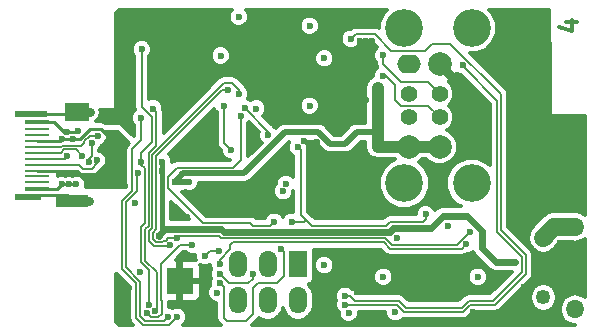
<source format=gbl>
G04 #@! TF.FileFunction,Copper,L4,Bot,Signal*
%FSLAX46Y46*%
G04 Gerber Fmt 4.6, Leading zero omitted, Abs format (unit mm)*
G04 Created by KiCad (PCBNEW (2016-06-13 BZR 6927, Git 1c838ba)-product) date Mon Jun 13 14:30:50 2016*
%MOMM*%
%LPD*%
G01*
G04 APERTURE LIST*
%ADD10C,0.100000*%
%ADD11C,0.300000*%
%ADD12R,2.250000X2.250000*%
%ADD13R,1.524000X2.286000*%
%ADD14O,1.524000X2.286000*%
%ADD15R,4.000000X4.000000*%
%ADD16R,2.000000X0.260000*%
%ADD17R,2.000000X0.410000*%
%ADD18R,2.300000X0.575000*%
%ADD19R,2.800000X0.575000*%
%ADD20R,2.000000X1.500000*%
%ADD21R,2.800000X1.000000*%
%ADD22O,1.550000X1.550000*%
%ADD23O,1.250000X1.250000*%
%ADD24C,1.400000*%
%ADD25C,2.000000*%
%ADD26O,2.000000X1.600000*%
%ADD27C,3.200000*%
%ADD28C,0.600000*%
%ADD29C,0.160000*%
%ADD30C,0.260000*%
%ADD31C,0.800000*%
%ADD32C,1.500000*%
%ADD33C,0.500000*%
%ADD34C,1.000000*%
%ADD35C,0.400000*%
%ADD36C,0.600000*%
%ADD37C,0.250000*%
G04 APERTURE END LIST*
D10*
D11*
X68678571Y-5714285D02*
X69678571Y-5714285D01*
X68107142Y-6071428D02*
X69178571Y-6428571D01*
X69178571Y-5500000D01*
D12*
X36000000Y-27600000D03*
D13*
X46040000Y-26206000D03*
D14*
X43500000Y-26206000D03*
X40960000Y-26206000D03*
X46040000Y-29254000D03*
X43500000Y-29254000D03*
X40960000Y-29254000D03*
D15*
X44000000Y-9000000D03*
X57250000Y-27250000D03*
D16*
X23950000Y-14750000D03*
X23950000Y-15250000D03*
X23950000Y-15750000D03*
X23950000Y-16250000D03*
X23950000Y-16750000D03*
X23950000Y-17250000D03*
X23950000Y-17750000D03*
X23950000Y-18250000D03*
X23950000Y-18750000D03*
X23950000Y-19250000D03*
D17*
X23950000Y-14175000D03*
X23950000Y-19825000D03*
D18*
X23150000Y-20512500D03*
D19*
X23400000Y-13487500D03*
D20*
X27300000Y-13325000D03*
D21*
X26900000Y-20825000D03*
D22*
X69500000Y-30000000D03*
X69500000Y-23000000D03*
D23*
X66800000Y-29000000D03*
X66800000Y-24000000D03*
D24*
X55380000Y-11750000D03*
X55380000Y-13750000D03*
X58000000Y-13750000D03*
X58000000Y-11750000D03*
D25*
X55380000Y-16250000D03*
X58000000Y-16250000D03*
X58000000Y-9250000D03*
D26*
X55380000Y-9250000D03*
D27*
X55030000Y-19320000D03*
X60710000Y-19320000D03*
X60710000Y-6180000D03*
X55030000Y-6180000D03*
D28*
X26500000Y-17000000D03*
X27750000Y-17000000D03*
X31700000Y-28200002D03*
X32181850Y-20981841D03*
X34800000Y-10600000D03*
X49000000Y-22000000D03*
X43250000Y-21000000D03*
X39800000Y-21400000D03*
X47622954Y-15877046D03*
X48500000Y-7250000D03*
X52250000Y-7250000D03*
X51250000Y-7250000D03*
X51750000Y-7250000D03*
X51250000Y-12250000D03*
X51750000Y-12250000D03*
X65000000Y-22500000D03*
X64750000Y-21250000D03*
X64000000Y-21250000D03*
X46537403Y-15712597D03*
X38434434Y-14500000D03*
X37000000Y-10750000D03*
X37000000Y-8250000D03*
X36600000Y-22200000D03*
X35800000Y-22200000D03*
X37800000Y-19400000D03*
X27200000Y-19400000D03*
X26600000Y-19400000D03*
X26000000Y-19400000D03*
X27364275Y-14929743D03*
X26421573Y-14967640D03*
X53050011Y-21800000D03*
X65200000Y-30200000D03*
X60800000Y-30200000D03*
X65124616Y-28071687D03*
X68200000Y-24400000D03*
X68000000Y-25200000D03*
X42500000Y-15687270D03*
X51000000Y-28500000D03*
X53000000Y-28250000D03*
X28370000Y-13330000D03*
X27300000Y-13325000D03*
X28340000Y-20820000D03*
X26900000Y-20825000D03*
X28538062Y-15936449D03*
X28280878Y-17543848D03*
X29015439Y-17348859D03*
X39200000Y-28600000D03*
X32600000Y-26800000D03*
X45000010Y-19400000D03*
X54400000Y-24000000D03*
X54250000Y-30250000D03*
X61250000Y-27250000D03*
X58722142Y-22980901D03*
X50300000Y-30300000D03*
X48250000Y-26250000D03*
X44750000Y-20000000D03*
X39476760Y-8511620D03*
X41000000Y-5250000D03*
X48250000Y-8750000D03*
X47000000Y-6000000D03*
X47000000Y-12750000D03*
X53250000Y-27250029D03*
X42500000Y-13000000D03*
X30200000Y-19600000D03*
X31400000Y-19600000D03*
X30800000Y-19600000D03*
X36800000Y-19200000D03*
X35600000Y-19200000D03*
X36200000Y-19200000D03*
X26600000Y-18540000D03*
X25968976Y-18523805D03*
X26994508Y-15593727D03*
X26000000Y-15600000D03*
X52750000Y-11250000D03*
X52750000Y-16250000D03*
X34540010Y-18249992D03*
X34540010Y-17500000D03*
X63600000Y-26000000D03*
X34250030Y-23800000D03*
X64400000Y-26000000D03*
X53250000Y-8500000D03*
X53250000Y-10250008D03*
X43500000Y-15250000D03*
X41537459Y-12987146D03*
X40316833Y-16471944D03*
X39750000Y-12750000D03*
X60562598Y-23437402D03*
X35800000Y-24000000D03*
X40089262Y-11446421D03*
X29047726Y-15339915D03*
X59968169Y-9331831D03*
X50000000Y-28840007D03*
X50000000Y-29600000D03*
X50500000Y-7100000D03*
X39400000Y-27000000D03*
X42198162Y-26998162D03*
X38118162Y-25481838D03*
X39325984Y-25060000D03*
X37081838Y-24540000D03*
X33199071Y-30350001D03*
X39400000Y-26140000D03*
X60281838Y-24481838D03*
X35174722Y-24586542D03*
X41000000Y-11750000D03*
X45500000Y-22600000D03*
X56822434Y-21963783D03*
X46000000Y-16250000D03*
X39400000Y-27800000D03*
X44600000Y-24860010D03*
X44000000Y-22600000D03*
X41165868Y-13650100D03*
X32750000Y-17500000D03*
X33400000Y-29600000D03*
X32800000Y-8000000D03*
X33750000Y-13000000D03*
X33930646Y-30144090D03*
X32499591Y-18497135D03*
X35000000Y-30640000D03*
X32750000Y-13790000D03*
X35760003Y-30640000D03*
D29*
X23950000Y-17250000D02*
X26250000Y-17250000D01*
X26250000Y-17250000D02*
X26500000Y-17000000D01*
X23950000Y-16750000D02*
X25950798Y-16750000D01*
X25950798Y-16750000D02*
X26240799Y-16459999D01*
X26240799Y-16459999D02*
X27209999Y-16459999D01*
X27209999Y-16459999D02*
X27750000Y-17000000D01*
D30*
X26600000Y-19400000D02*
X27200000Y-19400000D01*
X26000000Y-19400000D02*
X26600000Y-19400000D01*
X23950000Y-19825000D02*
X25575000Y-19825000D01*
X25575000Y-19825000D02*
X26000000Y-19400000D01*
X26421573Y-14967640D02*
X27326378Y-14967640D01*
X27326378Y-14967640D02*
X27364275Y-14929743D01*
X25375000Y-14175000D02*
X26167640Y-14967640D01*
X26167640Y-14967640D02*
X26421573Y-14967640D01*
X23950000Y-14175000D02*
X25375000Y-14175000D01*
D31*
X28370000Y-13330000D02*
X27305000Y-13330000D01*
X27305000Y-13330000D02*
X27300000Y-13325000D01*
X28340000Y-20820000D02*
X26905000Y-20820000D01*
X26905000Y-20820000D02*
X26900000Y-20825000D01*
D30*
X26425000Y-20350000D02*
X26900000Y-20825000D01*
D32*
X66800000Y-24000000D02*
X66889999Y-23910001D01*
X66889999Y-23910001D02*
X66889999Y-23771199D01*
X66889999Y-23771199D02*
X67661198Y-23000000D01*
X67661198Y-23000000D02*
X69500000Y-23000000D01*
D30*
X23400000Y-13487500D02*
X27137500Y-13487500D01*
X24150000Y-20350000D02*
X26425000Y-20350000D01*
X23150000Y-20512500D02*
X23987500Y-20512500D01*
X23987500Y-20512500D02*
X24150000Y-20350000D01*
D29*
X28280878Y-17543848D02*
X28280878Y-17268310D01*
X28280878Y-17268310D02*
X28538062Y-17011126D01*
X28538062Y-17011126D02*
X28538062Y-15936449D01*
X27833839Y-18083839D02*
X27500000Y-17750000D01*
X27500000Y-17750000D02*
X23950000Y-17750000D01*
X29015439Y-17348859D02*
X29015439Y-17654561D01*
X29015439Y-17654561D02*
X28586161Y-18083839D01*
X28586161Y-18083839D02*
X27833839Y-18083839D01*
X46040000Y-29000000D02*
X45750000Y-29000000D01*
D33*
X51000000Y-15002606D02*
X52747394Y-15002606D01*
X44946196Y-15002606D02*
X47752606Y-15002606D01*
X35600000Y-19200000D02*
X36309990Y-18490010D01*
X52747394Y-15002606D02*
X52750000Y-15000000D01*
X47752606Y-15002606D02*
X48750000Y-16000000D01*
X50002606Y-16000000D02*
X51000000Y-15002606D01*
X36309990Y-18490010D02*
X41458792Y-18490010D01*
X41458792Y-18490010D02*
X44946196Y-15002606D01*
X48750000Y-16000000D02*
X50002606Y-16000000D01*
D34*
X52750000Y-15000000D02*
X52750000Y-16250000D01*
X52750000Y-13800000D02*
X52750000Y-15000000D01*
D33*
X35600000Y-19200000D02*
X36800000Y-19200000D01*
D34*
X52750000Y-11250000D02*
X52750000Y-13800000D01*
D30*
X26600000Y-18540000D02*
X29048378Y-18540000D01*
X29048378Y-18540000D02*
X29849321Y-17739057D01*
X29849321Y-15268308D02*
X29330927Y-14749914D01*
X29849321Y-17739057D02*
X29849321Y-15268308D01*
X29330927Y-14749914D02*
X28437661Y-14749914D01*
X28437661Y-14749914D02*
X27593848Y-15593727D01*
X27593848Y-15593727D02*
X26994508Y-15593727D01*
X25968976Y-18523805D02*
X26583805Y-18523805D01*
X26583805Y-18523805D02*
X26600000Y-18540000D01*
X23950000Y-18250000D02*
X25695171Y-18250000D01*
X25695171Y-18250000D02*
X25968976Y-18523805D01*
X26000000Y-15600000D02*
X26988235Y-15600000D01*
X26988235Y-15600000D02*
X26994508Y-15593727D01*
X23950000Y-15750000D02*
X25850000Y-15750000D01*
X25850000Y-15750000D02*
X26000000Y-15600000D01*
D34*
X55380000Y-16250000D02*
X52750000Y-16250000D01*
X58000000Y-16250000D02*
X55380000Y-16250000D01*
D35*
X34500000Y-17540010D02*
X34540010Y-17500000D01*
X34250030Y-23800000D02*
X34500000Y-23550030D01*
X34500000Y-23550030D02*
X34500000Y-17540010D01*
D36*
X34250030Y-23749970D02*
X34760001Y-23239999D01*
X58309341Y-22120900D02*
X60320900Y-22120900D01*
X61600000Y-23400000D02*
X61600000Y-24800000D01*
X34760001Y-23239999D02*
X39512801Y-23239999D01*
X61600000Y-24800000D02*
X62800000Y-26000000D01*
X53767208Y-23459990D02*
X54087199Y-23139999D01*
X62800000Y-26000000D02*
X63600000Y-26000000D01*
X54087199Y-23139999D02*
X57290242Y-23139999D01*
X39732792Y-23459990D02*
X53767208Y-23459990D01*
X34250030Y-23800000D02*
X34250030Y-23749970D01*
X39512801Y-23239999D02*
X39732792Y-23459990D01*
X57290242Y-23139999D02*
X58309341Y-22120900D01*
X60320900Y-22120900D02*
X61600000Y-23400000D01*
X63600000Y-26000000D02*
X64400000Y-26000000D01*
D29*
X53250000Y-9250000D02*
X53250000Y-8500000D01*
X54750000Y-10750000D02*
X53250000Y-9250000D01*
X57000000Y-10750000D02*
X54750000Y-10750000D01*
X58000000Y-11750000D02*
X57000000Y-10750000D01*
X54750000Y-12750000D02*
X57000000Y-12750000D01*
X57000000Y-12750000D02*
X58000000Y-13750000D01*
X54250000Y-12250000D02*
X54750000Y-12750000D01*
X54250000Y-11000000D02*
X54250000Y-12250000D01*
X53500008Y-10250008D02*
X54250000Y-11000000D01*
X53250000Y-10250008D02*
X53500008Y-10250008D01*
X43500000Y-14949687D02*
X43500000Y-15250000D01*
X41537459Y-12987146D02*
X43500000Y-14949687D01*
X39750000Y-15905111D02*
X40316833Y-16471944D01*
X39750000Y-12750000D02*
X39750000Y-15905111D01*
X33990829Y-24340001D02*
X33710030Y-24059202D01*
X34509231Y-24340001D02*
X33990829Y-24340001D01*
X39594622Y-11446421D02*
X40089262Y-11446421D01*
X34673648Y-24175584D02*
X34509231Y-24340001D01*
X35800000Y-24000000D02*
X35000000Y-24000000D01*
X35000000Y-24000000D02*
X34824416Y-24175584D01*
X34824416Y-24175584D02*
X34673648Y-24175584D01*
X34000000Y-17041043D02*
X39594622Y-11446421D01*
X33710030Y-24059202D02*
X33710030Y-23500000D01*
X33710030Y-23500000D02*
X34000000Y-23210030D01*
X34000000Y-23210030D02*
X34000000Y-17041043D01*
X53940001Y-24540001D02*
X59200000Y-24540001D01*
X60562598Y-23437402D02*
X59459999Y-24540001D01*
X59459999Y-24540001D02*
X59200000Y-24540001D01*
X53400000Y-24000000D02*
X53940001Y-24540001D01*
X39509113Y-24000000D02*
X53400000Y-24000000D01*
X38400000Y-23800000D02*
X39309113Y-23800000D01*
X39309113Y-23800000D02*
X39509113Y-24000000D01*
X38400000Y-23800000D02*
X36000000Y-23800000D01*
X36000000Y-23800000D02*
X35800000Y-24000000D01*
X27918349Y-15881651D02*
X27918349Y-15792499D01*
X27918349Y-15792499D02*
X28370933Y-15339915D01*
X28370933Y-15339915D02*
X29047726Y-15339915D01*
X27660011Y-16139989D02*
X27918349Y-15881651D01*
X25950000Y-16250000D02*
X26060011Y-16139989D01*
X26060011Y-16139989D02*
X27660011Y-16139989D01*
X23950000Y-16250000D02*
X25950000Y-16250000D01*
X59968169Y-9331831D02*
X59968169Y-9420717D01*
X59968169Y-9420717D02*
X62880000Y-12332548D01*
X60467451Y-29280001D02*
X59867452Y-29880000D01*
X62880000Y-12332548D02*
X62880000Y-23432548D01*
X64980000Y-26867452D02*
X62567452Y-29280000D01*
X62880000Y-23432548D02*
X64980000Y-25532548D01*
X64980000Y-25532548D02*
X64980000Y-26867452D01*
X54532548Y-29280000D02*
X50880000Y-29280000D01*
X50440007Y-28840007D02*
X50000000Y-28840007D01*
X62567452Y-29280000D02*
X60467451Y-29280001D01*
X59867452Y-29880000D02*
X55132548Y-29880000D01*
X55132548Y-29880000D02*
X54532548Y-29280000D01*
X50880000Y-29280000D02*
X50440007Y-28840007D01*
X50000000Y-29600000D02*
X54400000Y-29600000D01*
X54400000Y-29600000D02*
X55000000Y-30200000D01*
X65300000Y-27000000D02*
X65300000Y-25400000D01*
X55000000Y-30200000D02*
X60000000Y-30200000D01*
X57400000Y-7500000D02*
X56800000Y-8100000D01*
X50889991Y-6710009D02*
X50500000Y-7100000D01*
X60000000Y-30200000D02*
X60600000Y-29600000D01*
X60600000Y-29600000D02*
X62700000Y-29600000D01*
X62700000Y-29600000D02*
X65300000Y-27000000D01*
X65300000Y-25400000D02*
X63200000Y-23300000D01*
X63200000Y-23300000D02*
X63200000Y-11800000D01*
X63200000Y-11800000D02*
X58900000Y-7500000D01*
X58900000Y-7500000D02*
X57400000Y-7500000D01*
X53899188Y-8100000D02*
X52509197Y-6710009D01*
X56800000Y-8100000D02*
X53899188Y-8100000D01*
X52509197Y-6710009D02*
X50889991Y-6710009D01*
X41800000Y-27800000D02*
X40200000Y-27800000D01*
X40200000Y-27800000D02*
X39400000Y-27000000D01*
X42198162Y-27401838D02*
X41800000Y-27800000D01*
X42198162Y-26998162D02*
X42198162Y-27401838D01*
X40290000Y-26460000D02*
X40960000Y-26460000D01*
X39325984Y-25060000D02*
X38540000Y-25060000D01*
X38540000Y-25060000D02*
X38118162Y-25481838D01*
X34400000Y-26200000D02*
X36060000Y-24540000D01*
X36060000Y-24540000D02*
X37081838Y-24540000D01*
X34400000Y-29200000D02*
X34400000Y-26200000D01*
X34470647Y-29270647D02*
X34400000Y-29200000D01*
X33199071Y-30350001D02*
X33533161Y-30684091D01*
X33533161Y-30684091D02*
X34189847Y-30684091D01*
X34189847Y-30684091D02*
X34470647Y-30403291D01*
X34470647Y-30403291D02*
X34470647Y-29270647D01*
X39400000Y-26140000D02*
X39400000Y-25785186D01*
X39400000Y-25785186D02*
X40279990Y-24905196D01*
X40279990Y-24905196D02*
X40279990Y-24520010D01*
X40279990Y-24520010D02*
X40479990Y-24320010D01*
X40479990Y-24320010D02*
X53267448Y-24320010D01*
X53267448Y-24320010D02*
X53807448Y-24860010D01*
X53807448Y-24860010D02*
X59903665Y-24860011D01*
X59903665Y-24860011D02*
X60281838Y-24481838D01*
X41000000Y-11750000D02*
X41000000Y-11409957D01*
X33390020Y-24191754D02*
X33858276Y-24660010D01*
X41000000Y-11409957D02*
X40396463Y-10806420D01*
X40396463Y-10806420D02*
X39782061Y-10806420D01*
X39782061Y-10806420D02*
X33679990Y-16908491D01*
X33679990Y-16908491D02*
X33679990Y-23077478D01*
X33858276Y-24660010D02*
X35101254Y-24660010D01*
X33679990Y-23077478D02*
X33390021Y-23367447D01*
X33390021Y-23367447D02*
X33390020Y-24191754D01*
X35101254Y-24660010D02*
X35174722Y-24586542D01*
X46550000Y-22600000D02*
X45500000Y-22600000D01*
X46700000Y-22450000D02*
X46550000Y-22600000D01*
X47169980Y-22919980D02*
X46700000Y-22450000D01*
X46700000Y-22450000D02*
X46250000Y-22000000D01*
X56822434Y-21963783D02*
X56822434Y-22377566D01*
X56822434Y-22377566D02*
X56600011Y-22599989D01*
X56600011Y-22599989D02*
X53800011Y-22599989D01*
X53800011Y-22599989D02*
X53480020Y-22919980D01*
X53480020Y-22919980D02*
X47169980Y-22919980D01*
X46250000Y-19050006D02*
X46250000Y-22000000D01*
X46250000Y-16500000D02*
X46250000Y-19050006D01*
X46000000Y-16250000D02*
X46250000Y-16500000D01*
X35789901Y-18000000D02*
X35000000Y-18789901D01*
X41165868Y-17334132D02*
X40500000Y-18000000D01*
X40500000Y-18000000D02*
X35789901Y-18000000D01*
X37949988Y-22699988D02*
X41979998Y-22699988D01*
X35000000Y-18789901D02*
X35000000Y-19750000D01*
X41165868Y-13650100D02*
X41165868Y-17334132D01*
X35000000Y-19750000D02*
X37949988Y-22699988D01*
X41979998Y-22699988D02*
X42200000Y-22919990D01*
X39400000Y-27800000D02*
X39740001Y-28140001D01*
X39740001Y-28140001D02*
X39740001Y-30740001D01*
X39740001Y-30740001D02*
X40000000Y-31000000D01*
X40000000Y-31000000D02*
X41600000Y-31000000D01*
X44200000Y-27800000D02*
X44800000Y-27200000D01*
X44800000Y-25060010D02*
X44600000Y-24860010D01*
X41600000Y-31000000D02*
X42200000Y-30400000D01*
X42600000Y-27800000D02*
X44200000Y-27800000D01*
X42200000Y-30400000D02*
X42200000Y-28200000D01*
X42200000Y-28200000D02*
X42600000Y-27800000D01*
X44800000Y-27200000D02*
X44800000Y-25060010D01*
X42200000Y-22919990D02*
X42280010Y-22919990D01*
X42200000Y-22919990D02*
X43680010Y-22919990D01*
X43680010Y-22919990D02*
X44000000Y-22600000D01*
X43500000Y-25300000D02*
X43500000Y-26460000D01*
X32750000Y-26002563D02*
X32750000Y-23000000D01*
X33039970Y-18039970D02*
X33039970Y-22710030D01*
X33039970Y-22710030D02*
X32750000Y-23000000D01*
X32750000Y-17750000D02*
X33039970Y-18039970D01*
X32750000Y-17500000D02*
X32750000Y-17750000D01*
X32750000Y-16797438D02*
X32750000Y-17500000D01*
X33679989Y-15867449D02*
X32750000Y-16797438D01*
X32800000Y-12849054D02*
X33679989Y-13729043D01*
X33400000Y-29600000D02*
X33400000Y-26652562D01*
X33400000Y-26652562D02*
X32750000Y-26002563D01*
X33679989Y-13729043D02*
X33679989Y-15867449D01*
X32800000Y-8000000D02*
X32800000Y-12849054D01*
X33750000Y-13000000D02*
X34000000Y-13250000D01*
X33359980Y-16775939D02*
X33359980Y-22944926D01*
X33359980Y-22944926D02*
X33070011Y-23234895D01*
X34054740Y-30019996D02*
X33930646Y-30144090D01*
X34000000Y-13250000D02*
X34000000Y-16135919D01*
X34000000Y-16135919D02*
X33359980Y-16775939D01*
X33070011Y-23234895D02*
X33070011Y-25870011D01*
X33070011Y-25870011D02*
X34054740Y-26854740D01*
X34054740Y-26854740D02*
X34054740Y-30019996D01*
X32499591Y-18497135D02*
X32400000Y-18596726D01*
X32400000Y-18596726D02*
X32400000Y-20000000D01*
X32400000Y-20000000D02*
X31459999Y-20940001D01*
X31459999Y-20940001D02*
X31459999Y-26459201D01*
X32659070Y-30609202D02*
X33053968Y-31004100D01*
X31459999Y-26459201D02*
X32659070Y-27658272D01*
X34635900Y-31004100D02*
X35000000Y-30640000D01*
X32659070Y-27658272D02*
X32659070Y-30609202D01*
X33053968Y-31004100D02*
X34635900Y-31004100D01*
X32750000Y-13790000D02*
X32750000Y-15650000D01*
X35760003Y-30640000D02*
X35760003Y-30679199D01*
X35760003Y-30679199D02*
X35115092Y-31324110D01*
X32339060Y-27790824D02*
X31139990Y-26591754D01*
X35115092Y-31324110D02*
X32921416Y-31324110D01*
X32921416Y-31324110D02*
X32339061Y-30741755D01*
X32339061Y-30741755D02*
X32339060Y-27790824D01*
X31139990Y-26591754D02*
X31139989Y-20807449D01*
X31139989Y-20807449D02*
X31940001Y-20007437D01*
X31940001Y-20007437D02*
X31939901Y-20007337D01*
X31939901Y-20007337D02*
X31939901Y-16460099D01*
X31939901Y-16460099D02*
X32750000Y-15650000D01*
D11*
G36*
X30694513Y-27037231D02*
X31709060Y-28051778D01*
X31709061Y-30741755D01*
X31757017Y-30982846D01*
X31883187Y-31171672D01*
X31893584Y-31187232D01*
X32056352Y-31350000D01*
X30935872Y-31350000D01*
X30861180Y-31335143D01*
X30743492Y-31256506D01*
X30664858Y-31138821D01*
X30650000Y-31064125D01*
X30650000Y-26970613D01*
X30694513Y-27037231D01*
X30694513Y-27037231D01*
G37*
X30694513Y-27037231D02*
X31709060Y-28051778D01*
X31709061Y-30741755D01*
X31757017Y-30982846D01*
X31883187Y-31171672D01*
X31893584Y-31187232D01*
X32056352Y-31350000D01*
X30935872Y-31350000D01*
X30861180Y-31335143D01*
X30743492Y-31256506D01*
X30664858Y-31138821D01*
X30650000Y-31064125D01*
X30650000Y-26970613D01*
X30694513Y-27037231D01*
G36*
X36599723Y-25260174D02*
X36912021Y-25389852D01*
X37250172Y-25390147D01*
X37268248Y-25382678D01*
X37268015Y-25650172D01*
X37353686Y-25857510D01*
X37255884Y-25817000D01*
X36268500Y-25817000D01*
X36104000Y-25981500D01*
X36104000Y-27496000D01*
X37618500Y-27496000D01*
X37783000Y-27331500D01*
X37783000Y-26344115D01*
X37742438Y-26246189D01*
X37948345Y-26331690D01*
X38286496Y-26331985D01*
X38549927Y-26223137D01*
X38549853Y-26308334D01*
X38658078Y-26570259D01*
X38550148Y-26830183D01*
X38549853Y-27168334D01*
X38645652Y-27400185D01*
X38550148Y-27630183D01*
X38549853Y-27968334D01*
X38573152Y-28024722D01*
X38479826Y-28117885D01*
X38350148Y-28430183D01*
X38349853Y-28768334D01*
X38478985Y-29080857D01*
X38717885Y-29320174D01*
X39030183Y-29449852D01*
X39110001Y-29449922D01*
X39110001Y-30740001D01*
X39157957Y-30981092D01*
X39285299Y-31171672D01*
X39294524Y-31185478D01*
X39459046Y-31350000D01*
X36251894Y-31350000D01*
X36480177Y-31122115D01*
X36609855Y-30809817D01*
X36610150Y-30471666D01*
X36481018Y-30159143D01*
X36242118Y-29919826D01*
X35929820Y-29790148D01*
X35591669Y-29789853D01*
X35379866Y-29877368D01*
X35169817Y-29790148D01*
X35100647Y-29790088D01*
X35100647Y-29383000D01*
X35731500Y-29383000D01*
X35896000Y-29218500D01*
X35896000Y-27704000D01*
X36104000Y-27704000D01*
X36104000Y-29218500D01*
X36268500Y-29383000D01*
X37255884Y-29383000D01*
X37497727Y-29282826D01*
X37682825Y-29097727D01*
X37783000Y-28855885D01*
X37783000Y-27868500D01*
X37618500Y-27704000D01*
X36104000Y-27704000D01*
X35896000Y-27704000D01*
X35876000Y-27704000D01*
X35876000Y-27496000D01*
X35896000Y-27496000D01*
X35896000Y-25981500D01*
X35731500Y-25817000D01*
X35673954Y-25817000D01*
X36320955Y-25170000D01*
X36509706Y-25170000D01*
X36599723Y-25260174D01*
X36599723Y-25260174D01*
G37*
X36599723Y-25260174D02*
X36912021Y-25389852D01*
X37250172Y-25390147D01*
X37268248Y-25382678D01*
X37268015Y-25650172D01*
X37353686Y-25857510D01*
X37255884Y-25817000D01*
X36268500Y-25817000D01*
X36104000Y-25981500D01*
X36104000Y-27496000D01*
X37618500Y-27496000D01*
X37783000Y-27331500D01*
X37783000Y-26344115D01*
X37742438Y-26246189D01*
X37948345Y-26331690D01*
X38286496Y-26331985D01*
X38549927Y-26223137D01*
X38549853Y-26308334D01*
X38658078Y-26570259D01*
X38550148Y-26830183D01*
X38549853Y-27168334D01*
X38645652Y-27400185D01*
X38550148Y-27630183D01*
X38549853Y-27968334D01*
X38573152Y-28024722D01*
X38479826Y-28117885D01*
X38350148Y-28430183D01*
X38349853Y-28768334D01*
X38478985Y-29080857D01*
X38717885Y-29320174D01*
X39030183Y-29449852D01*
X39110001Y-29449922D01*
X39110001Y-30740001D01*
X39157957Y-30981092D01*
X39285299Y-31171672D01*
X39294524Y-31185478D01*
X39459046Y-31350000D01*
X36251894Y-31350000D01*
X36480177Y-31122115D01*
X36609855Y-30809817D01*
X36610150Y-30471666D01*
X36481018Y-30159143D01*
X36242118Y-29919826D01*
X35929820Y-29790148D01*
X35591669Y-29789853D01*
X35379866Y-29877368D01*
X35169817Y-29790148D01*
X35100647Y-29790088D01*
X35100647Y-29383000D01*
X35731500Y-29383000D01*
X35896000Y-29218500D01*
X35896000Y-27704000D01*
X36104000Y-27704000D01*
X36104000Y-29218500D01*
X36268500Y-29383000D01*
X37255884Y-29383000D01*
X37497727Y-29282826D01*
X37682825Y-29097727D01*
X37783000Y-28855885D01*
X37783000Y-27868500D01*
X37618500Y-27704000D01*
X36104000Y-27704000D01*
X35896000Y-27704000D01*
X35876000Y-27704000D01*
X35876000Y-27496000D01*
X35896000Y-27496000D01*
X35896000Y-25981500D01*
X35731500Y-25817000D01*
X35673954Y-25817000D01*
X36320955Y-25170000D01*
X36509706Y-25170000D01*
X36599723Y-25260174D01*
G36*
X67295000Y-7414285D02*
X67350000Y-7414285D01*
X67350000Y-13500000D01*
X67361418Y-13557403D01*
X67393934Y-13606066D01*
X67442597Y-13638582D01*
X67500000Y-13650000D01*
X70350000Y-13650000D01*
X70350000Y-21979050D01*
X70007056Y-21749902D01*
X69500000Y-21649042D01*
X69243818Y-21700000D01*
X67661198Y-21700000D01*
X67163709Y-21798957D01*
X66741959Y-22080761D01*
X65970760Y-22851960D01*
X65688956Y-23273710D01*
X65662302Y-23407708D01*
X65598957Y-23502511D01*
X65500000Y-24000000D01*
X65598957Y-24497489D01*
X65880761Y-24919239D01*
X66302511Y-25201043D01*
X66800000Y-25300000D01*
X67297489Y-25201043D01*
X67719239Y-24919239D01*
X67809238Y-24829240D01*
X68088736Y-24410940D01*
X68199676Y-24300000D01*
X69243818Y-24300000D01*
X69500000Y-24350958D01*
X70007056Y-24250098D01*
X70350000Y-24020950D01*
X70350000Y-28979050D01*
X70007056Y-28749902D01*
X69500000Y-28649042D01*
X68992944Y-28749902D01*
X68563084Y-29037126D01*
X68275860Y-29466986D01*
X68175000Y-29974042D01*
X68175000Y-30025958D01*
X68275860Y-30533014D01*
X68563084Y-30962874D01*
X68992944Y-31250098D01*
X69495184Y-31350000D01*
X42140954Y-31350000D01*
X42645477Y-30845477D01*
X42700580Y-30763010D01*
X42738176Y-30706743D01*
X42997919Y-30880298D01*
X43500000Y-30980168D01*
X44002081Y-30880298D01*
X44427724Y-30595892D01*
X44712130Y-30170249D01*
X44770000Y-29879317D01*
X44827870Y-30170249D01*
X45112276Y-30595892D01*
X45537919Y-30880298D01*
X46040000Y-30980168D01*
X46542081Y-30880298D01*
X46967724Y-30595892D01*
X47252130Y-30170249D01*
X47352000Y-29668168D01*
X47352000Y-28839832D01*
X47252130Y-28337751D01*
X46967724Y-27912108D01*
X46927016Y-27884908D01*
X47016599Y-27867089D01*
X47198528Y-27745528D01*
X47320089Y-27563599D01*
X47348977Y-27418363D01*
X52399853Y-27418363D01*
X52528985Y-27730886D01*
X52767885Y-27970203D01*
X53080183Y-28099881D01*
X53418334Y-28100176D01*
X53730857Y-27971044D01*
X53970174Y-27732144D01*
X54099852Y-27419846D01*
X54099853Y-27418334D01*
X60399853Y-27418334D01*
X60528985Y-27730857D01*
X60767885Y-27970174D01*
X61080183Y-28099852D01*
X61418334Y-28100147D01*
X61730857Y-27971015D01*
X61970174Y-27732115D01*
X62099852Y-27419817D01*
X62100147Y-27081666D01*
X61971015Y-26769143D01*
X61732115Y-26529826D01*
X61419817Y-26400148D01*
X61081666Y-26399853D01*
X60769143Y-26528985D01*
X60529826Y-26767885D01*
X60400148Y-27080183D01*
X60399853Y-27418334D01*
X54099853Y-27418334D01*
X54100147Y-27081695D01*
X53971015Y-26769172D01*
X53732115Y-26529855D01*
X53419817Y-26400177D01*
X53081666Y-26399882D01*
X52769143Y-26529014D01*
X52529826Y-26767914D01*
X52400148Y-27080212D01*
X52399853Y-27418363D01*
X47348977Y-27418363D01*
X47362775Y-27349000D01*
X47362775Y-26418334D01*
X47399853Y-26418334D01*
X47528985Y-26730857D01*
X47767885Y-26970174D01*
X48080183Y-27099852D01*
X48418334Y-27100147D01*
X48730857Y-26971015D01*
X48970174Y-26732115D01*
X49099852Y-26419817D01*
X49100147Y-26081666D01*
X48971015Y-25769143D01*
X48732115Y-25529826D01*
X48419817Y-25400148D01*
X48081666Y-25399853D01*
X47769143Y-25528985D01*
X47529826Y-25767885D01*
X47400148Y-26080183D01*
X47399853Y-26418334D01*
X47362775Y-26418334D01*
X47362775Y-25063000D01*
X47340300Y-24950010D01*
X53006494Y-24950010D01*
X53361970Y-25305487D01*
X53416803Y-25342125D01*
X53566357Y-25442054D01*
X53807448Y-25490010D01*
X59903665Y-25490011D01*
X60144756Y-25442055D01*
X60309670Y-25331862D01*
X60450172Y-25331985D01*
X60762695Y-25202853D01*
X60824985Y-25140671D01*
X60998959Y-25401041D01*
X62198959Y-26601041D01*
X62474719Y-26785298D01*
X62800000Y-26850000D01*
X63599832Y-26850000D01*
X63768334Y-26850147D01*
X63768690Y-26850000D01*
X64106498Y-26850000D01*
X62306498Y-28650000D01*
X60467451Y-28650001D01*
X60226361Y-28697956D01*
X60021974Y-28834524D01*
X59606498Y-29250000D01*
X55393502Y-29250000D01*
X54978025Y-28834523D01*
X54881186Y-28769817D01*
X54773639Y-28697956D01*
X54532548Y-28650000D01*
X51140954Y-28650000D01*
X50885484Y-28394530D01*
X50832534Y-28359150D01*
X50681098Y-28257963D01*
X50604868Y-28242800D01*
X50482115Y-28119833D01*
X50169817Y-27990155D01*
X49831666Y-27989860D01*
X49519143Y-28118992D01*
X49279826Y-28357892D01*
X49150148Y-28670190D01*
X49149853Y-29008341D01*
X49237366Y-29220139D01*
X49150148Y-29430183D01*
X49149853Y-29768334D01*
X49278985Y-30080857D01*
X49450042Y-30252212D01*
X49449853Y-30468334D01*
X49578985Y-30780857D01*
X49817885Y-31020174D01*
X50130183Y-31149852D01*
X50468334Y-31150147D01*
X50780857Y-31021015D01*
X51020174Y-30782115D01*
X51149852Y-30469817D01*
X51150061Y-30230000D01*
X53400017Y-30230000D01*
X53399853Y-30418334D01*
X53528985Y-30730857D01*
X53767885Y-30970174D01*
X54080183Y-31099852D01*
X54418334Y-31100147D01*
X54730857Y-30971015D01*
X54893366Y-30808789D01*
X55000000Y-30830000D01*
X60000000Y-30830000D01*
X60241091Y-30782044D01*
X60445477Y-30645477D01*
X60860954Y-30230000D01*
X62700000Y-30230000D01*
X62941091Y-30182044D01*
X63145477Y-30045477D01*
X64213974Y-28976980D01*
X65625000Y-28976980D01*
X65625000Y-29023020D01*
X65714442Y-29472673D01*
X65969150Y-29853870D01*
X66350347Y-30108578D01*
X66800000Y-30198020D01*
X67249653Y-30108578D01*
X67630850Y-29853870D01*
X67885558Y-29472673D01*
X67975000Y-29023020D01*
X67975000Y-28976980D01*
X67885558Y-28527327D01*
X67630850Y-28146130D01*
X67249653Y-27891422D01*
X66800000Y-27801980D01*
X66350347Y-27891422D01*
X65969150Y-28146130D01*
X65714442Y-28527327D01*
X65625000Y-28976980D01*
X64213974Y-28976980D01*
X65745477Y-27445477D01*
X65748408Y-27441090D01*
X65882044Y-27241091D01*
X65930000Y-27000000D01*
X65930000Y-25400000D01*
X65882044Y-25158909D01*
X65857412Y-25122045D01*
X65745477Y-24954522D01*
X63830000Y-23039046D01*
X63830000Y-11800000D01*
X63782044Y-11558909D01*
X63645477Y-11354523D01*
X60620877Y-8329923D01*
X61135785Y-8330372D01*
X61926286Y-8003744D01*
X62531619Y-7399467D01*
X62859626Y-6609538D01*
X62860372Y-5754215D01*
X62533744Y-4963714D01*
X62220577Y-4650000D01*
X67295000Y-4650000D01*
X67295000Y-7414285D01*
X67295000Y-7414285D01*
G37*
X67295000Y-7414285D02*
X67350000Y-7414285D01*
X67350000Y-13500000D01*
X67361418Y-13557403D01*
X67393934Y-13606066D01*
X67442597Y-13638582D01*
X67500000Y-13650000D01*
X70350000Y-13650000D01*
X70350000Y-21979050D01*
X70007056Y-21749902D01*
X69500000Y-21649042D01*
X69243818Y-21700000D01*
X67661198Y-21700000D01*
X67163709Y-21798957D01*
X66741959Y-22080761D01*
X65970760Y-22851960D01*
X65688956Y-23273710D01*
X65662302Y-23407708D01*
X65598957Y-23502511D01*
X65500000Y-24000000D01*
X65598957Y-24497489D01*
X65880761Y-24919239D01*
X66302511Y-25201043D01*
X66800000Y-25300000D01*
X67297489Y-25201043D01*
X67719239Y-24919239D01*
X67809238Y-24829240D01*
X68088736Y-24410940D01*
X68199676Y-24300000D01*
X69243818Y-24300000D01*
X69500000Y-24350958D01*
X70007056Y-24250098D01*
X70350000Y-24020950D01*
X70350000Y-28979050D01*
X70007056Y-28749902D01*
X69500000Y-28649042D01*
X68992944Y-28749902D01*
X68563084Y-29037126D01*
X68275860Y-29466986D01*
X68175000Y-29974042D01*
X68175000Y-30025958D01*
X68275860Y-30533014D01*
X68563084Y-30962874D01*
X68992944Y-31250098D01*
X69495184Y-31350000D01*
X42140954Y-31350000D01*
X42645477Y-30845477D01*
X42700580Y-30763010D01*
X42738176Y-30706743D01*
X42997919Y-30880298D01*
X43500000Y-30980168D01*
X44002081Y-30880298D01*
X44427724Y-30595892D01*
X44712130Y-30170249D01*
X44770000Y-29879317D01*
X44827870Y-30170249D01*
X45112276Y-30595892D01*
X45537919Y-30880298D01*
X46040000Y-30980168D01*
X46542081Y-30880298D01*
X46967724Y-30595892D01*
X47252130Y-30170249D01*
X47352000Y-29668168D01*
X47352000Y-28839832D01*
X47252130Y-28337751D01*
X46967724Y-27912108D01*
X46927016Y-27884908D01*
X47016599Y-27867089D01*
X47198528Y-27745528D01*
X47320089Y-27563599D01*
X47348977Y-27418363D01*
X52399853Y-27418363D01*
X52528985Y-27730886D01*
X52767885Y-27970203D01*
X53080183Y-28099881D01*
X53418334Y-28100176D01*
X53730857Y-27971044D01*
X53970174Y-27732144D01*
X54099852Y-27419846D01*
X54099853Y-27418334D01*
X60399853Y-27418334D01*
X60528985Y-27730857D01*
X60767885Y-27970174D01*
X61080183Y-28099852D01*
X61418334Y-28100147D01*
X61730857Y-27971015D01*
X61970174Y-27732115D01*
X62099852Y-27419817D01*
X62100147Y-27081666D01*
X61971015Y-26769143D01*
X61732115Y-26529826D01*
X61419817Y-26400148D01*
X61081666Y-26399853D01*
X60769143Y-26528985D01*
X60529826Y-26767885D01*
X60400148Y-27080183D01*
X60399853Y-27418334D01*
X54099853Y-27418334D01*
X54100147Y-27081695D01*
X53971015Y-26769172D01*
X53732115Y-26529855D01*
X53419817Y-26400177D01*
X53081666Y-26399882D01*
X52769143Y-26529014D01*
X52529826Y-26767914D01*
X52400148Y-27080212D01*
X52399853Y-27418363D01*
X47348977Y-27418363D01*
X47362775Y-27349000D01*
X47362775Y-26418334D01*
X47399853Y-26418334D01*
X47528985Y-26730857D01*
X47767885Y-26970174D01*
X48080183Y-27099852D01*
X48418334Y-27100147D01*
X48730857Y-26971015D01*
X48970174Y-26732115D01*
X49099852Y-26419817D01*
X49100147Y-26081666D01*
X48971015Y-25769143D01*
X48732115Y-25529826D01*
X48419817Y-25400148D01*
X48081666Y-25399853D01*
X47769143Y-25528985D01*
X47529826Y-25767885D01*
X47400148Y-26080183D01*
X47399853Y-26418334D01*
X47362775Y-26418334D01*
X47362775Y-25063000D01*
X47340300Y-24950010D01*
X53006494Y-24950010D01*
X53361970Y-25305487D01*
X53416803Y-25342125D01*
X53566357Y-25442054D01*
X53807448Y-25490010D01*
X59903665Y-25490011D01*
X60144756Y-25442055D01*
X60309670Y-25331862D01*
X60450172Y-25331985D01*
X60762695Y-25202853D01*
X60824985Y-25140671D01*
X60998959Y-25401041D01*
X62198959Y-26601041D01*
X62474719Y-26785298D01*
X62800000Y-26850000D01*
X63599832Y-26850000D01*
X63768334Y-26850147D01*
X63768690Y-26850000D01*
X64106498Y-26850000D01*
X62306498Y-28650000D01*
X60467451Y-28650001D01*
X60226361Y-28697956D01*
X60021974Y-28834524D01*
X59606498Y-29250000D01*
X55393502Y-29250000D01*
X54978025Y-28834523D01*
X54881186Y-28769817D01*
X54773639Y-28697956D01*
X54532548Y-28650000D01*
X51140954Y-28650000D01*
X50885484Y-28394530D01*
X50832534Y-28359150D01*
X50681098Y-28257963D01*
X50604868Y-28242800D01*
X50482115Y-28119833D01*
X50169817Y-27990155D01*
X49831666Y-27989860D01*
X49519143Y-28118992D01*
X49279826Y-28357892D01*
X49150148Y-28670190D01*
X49149853Y-29008341D01*
X49237366Y-29220139D01*
X49150148Y-29430183D01*
X49149853Y-29768334D01*
X49278985Y-30080857D01*
X49450042Y-30252212D01*
X49449853Y-30468334D01*
X49578985Y-30780857D01*
X49817885Y-31020174D01*
X50130183Y-31149852D01*
X50468334Y-31150147D01*
X50780857Y-31021015D01*
X51020174Y-30782115D01*
X51149852Y-30469817D01*
X51150061Y-30230000D01*
X53400017Y-30230000D01*
X53399853Y-30418334D01*
X53528985Y-30730857D01*
X53767885Y-30970174D01*
X54080183Y-31099852D01*
X54418334Y-31100147D01*
X54730857Y-30971015D01*
X54893366Y-30808789D01*
X55000000Y-30830000D01*
X60000000Y-30830000D01*
X60241091Y-30782044D01*
X60445477Y-30645477D01*
X60860954Y-30230000D01*
X62700000Y-30230000D01*
X62941091Y-30182044D01*
X63145477Y-30045477D01*
X64213974Y-28976980D01*
X65625000Y-28976980D01*
X65625000Y-29023020D01*
X65714442Y-29472673D01*
X65969150Y-29853870D01*
X66350347Y-30108578D01*
X66800000Y-30198020D01*
X67249653Y-30108578D01*
X67630850Y-29853870D01*
X67885558Y-29472673D01*
X67975000Y-29023020D01*
X67975000Y-28976980D01*
X67885558Y-28527327D01*
X67630850Y-28146130D01*
X67249653Y-27891422D01*
X66800000Y-27801980D01*
X66350347Y-27891422D01*
X65969150Y-28146130D01*
X65714442Y-28527327D01*
X65625000Y-28976980D01*
X64213974Y-28976980D01*
X65745477Y-27445477D01*
X65748408Y-27441090D01*
X65882044Y-27241091D01*
X65930000Y-27000000D01*
X65930000Y-25400000D01*
X65882044Y-25158909D01*
X65857412Y-25122045D01*
X65745477Y-24954522D01*
X63830000Y-23039046D01*
X63830000Y-11800000D01*
X63782044Y-11558909D01*
X63645477Y-11354523D01*
X60620877Y-8329923D01*
X61135785Y-8330372D01*
X61926286Y-8003744D01*
X62531619Y-7399467D01*
X62859626Y-6609538D01*
X62860372Y-5754215D01*
X62533744Y-4963714D01*
X62220577Y-4650000D01*
X67295000Y-4650000D01*
X67295000Y-7414285D01*
G36*
X41310000Y-28904000D02*
X41330000Y-28904000D01*
X41330000Y-29604000D01*
X41310000Y-29604000D01*
X41310000Y-29624000D01*
X40610000Y-29624000D01*
X40610000Y-29604000D01*
X40590000Y-29604000D01*
X40590000Y-28904000D01*
X40610000Y-28904000D01*
X40610000Y-28884000D01*
X41310000Y-28884000D01*
X41310000Y-28904000D01*
X41310000Y-28904000D01*
G37*
X41310000Y-28904000D02*
X41330000Y-28904000D01*
X41330000Y-29604000D01*
X41310000Y-29604000D01*
X41310000Y-29624000D01*
X40610000Y-29624000D01*
X40610000Y-29604000D01*
X40590000Y-29604000D01*
X40590000Y-28904000D01*
X40610000Y-28904000D01*
X40610000Y-28884000D01*
X41310000Y-28884000D01*
X41310000Y-28904000D01*
G36*
X36749045Y-22389999D02*
X35250000Y-22389999D01*
X35250000Y-20890954D01*
X36749045Y-22389999D01*
X36749045Y-22389999D01*
G37*
X36749045Y-22389999D02*
X35250000Y-22389999D01*
X35250000Y-20890954D01*
X36749045Y-22389999D01*
G36*
X45150148Y-16080183D02*
X45149853Y-16418334D01*
X45278985Y-16730857D01*
X45517885Y-16970174D01*
X45620000Y-17012576D01*
X45620000Y-18817942D01*
X45482125Y-18679826D01*
X45169827Y-18550148D01*
X44831676Y-18549853D01*
X44519153Y-18678985D01*
X44279836Y-18917885D01*
X44150158Y-19230183D01*
X44150012Y-19397909D01*
X44029826Y-19517885D01*
X43900148Y-19830183D01*
X43899853Y-20168334D01*
X44028985Y-20480857D01*
X44267885Y-20720174D01*
X44580183Y-20849852D01*
X44918334Y-20850147D01*
X45230857Y-20721015D01*
X45470174Y-20482115D01*
X45599852Y-20169817D01*
X45599998Y-20002091D01*
X45620000Y-19982124D01*
X45620000Y-21750105D01*
X45331666Y-21749853D01*
X45019143Y-21878985D01*
X44779826Y-22117885D01*
X44750087Y-22189503D01*
X44721015Y-22119143D01*
X44482115Y-21879826D01*
X44169817Y-21750148D01*
X43831666Y-21749853D01*
X43519143Y-21878985D01*
X43279826Y-22117885D01*
X43208361Y-22289990D01*
X42460954Y-22289990D01*
X42425475Y-22254511D01*
X42381309Y-22225000D01*
X42221089Y-22117944D01*
X41979998Y-22069988D01*
X38210942Y-22069988D01*
X36190946Y-20049992D01*
X36368334Y-20050147D01*
X36489699Y-20000000D01*
X36510127Y-20000000D01*
X36630183Y-20049852D01*
X36968334Y-20050147D01*
X37280857Y-19921015D01*
X37520174Y-19682115D01*
X37649852Y-19369817D01*
X37649922Y-19290010D01*
X41458792Y-19290010D01*
X41764939Y-19229114D01*
X42024477Y-19055695D01*
X45256776Y-15823396D01*
X45150148Y-16080183D01*
X45150148Y-16080183D01*
G37*
X45150148Y-16080183D02*
X45149853Y-16418334D01*
X45278985Y-16730857D01*
X45517885Y-16970174D01*
X45620000Y-17012576D01*
X45620000Y-18817942D01*
X45482125Y-18679826D01*
X45169827Y-18550148D01*
X44831676Y-18549853D01*
X44519153Y-18678985D01*
X44279836Y-18917885D01*
X44150158Y-19230183D01*
X44150012Y-19397909D01*
X44029826Y-19517885D01*
X43900148Y-19830183D01*
X43899853Y-20168334D01*
X44028985Y-20480857D01*
X44267885Y-20720174D01*
X44580183Y-20849852D01*
X44918334Y-20850147D01*
X45230857Y-20721015D01*
X45470174Y-20482115D01*
X45599852Y-20169817D01*
X45599998Y-20002091D01*
X45620000Y-19982124D01*
X45620000Y-21750105D01*
X45331666Y-21749853D01*
X45019143Y-21878985D01*
X44779826Y-22117885D01*
X44750087Y-22189503D01*
X44721015Y-22119143D01*
X44482115Y-21879826D01*
X44169817Y-21750148D01*
X43831666Y-21749853D01*
X43519143Y-21878985D01*
X43279826Y-22117885D01*
X43208361Y-22289990D01*
X42460954Y-22289990D01*
X42425475Y-22254511D01*
X42381309Y-22225000D01*
X42221089Y-22117944D01*
X41979998Y-22069988D01*
X38210942Y-22069988D01*
X36190946Y-20049992D01*
X36368334Y-20050147D01*
X36489699Y-20000000D01*
X36510127Y-20000000D01*
X36630183Y-20049852D01*
X36968334Y-20050147D01*
X37280857Y-19921015D01*
X37520174Y-19682115D01*
X37649852Y-19369817D01*
X37649922Y-19290010D01*
X41458792Y-19290010D01*
X41764939Y-19229114D01*
X42024477Y-19055695D01*
X45256776Y-15823396D01*
X45150148Y-16080183D01*
G36*
X58296985Y-9235858D02*
X58282843Y-9250000D01*
X59211146Y-10178303D01*
X59475581Y-10074858D01*
X59483738Y-10049685D01*
X59486054Y-10052005D01*
X59798352Y-10181683D01*
X59838216Y-10181718D01*
X62250000Y-12593502D01*
X62250000Y-17819474D01*
X61929467Y-17498381D01*
X61139538Y-17170374D01*
X60284215Y-17169628D01*
X59493714Y-17496256D01*
X58888381Y-18100533D01*
X58560374Y-18890462D01*
X58559628Y-19745785D01*
X58886256Y-20536286D01*
X59490533Y-21141619D01*
X59801876Y-21270900D01*
X58309346Y-21270900D01*
X58309341Y-21270899D01*
X57984060Y-21335602D01*
X57708300Y-21519859D01*
X57602447Y-21625712D01*
X57543449Y-21482926D01*
X57304549Y-21243609D01*
X56992251Y-21113931D01*
X56654100Y-21113636D01*
X56341577Y-21242768D01*
X56102260Y-21481668D01*
X55972582Y-21793966D01*
X55972428Y-21969989D01*
X53800011Y-21969989D01*
X53558921Y-22017944D01*
X53354534Y-22154511D01*
X53219065Y-22289980D01*
X47430934Y-22289980D01*
X46880000Y-21739046D01*
X46880000Y-16500000D01*
X46849914Y-16348748D01*
X46850147Y-16081666D01*
X46734842Y-15802606D01*
X47421236Y-15802606D01*
X48184314Y-16565685D01*
X48391514Y-16704132D01*
X48443853Y-16739104D01*
X48750000Y-16800000D01*
X50002606Y-16800000D01*
X50308753Y-16739104D01*
X50568291Y-16565685D01*
X51331371Y-15802606D01*
X51700000Y-15802606D01*
X51700000Y-16250000D01*
X51779926Y-16651818D01*
X52007538Y-16992462D01*
X52348182Y-17220074D01*
X52750000Y-17300000D01*
X54238049Y-17300000D01*
X54252837Y-17314814D01*
X53813714Y-17496256D01*
X53208381Y-18100533D01*
X52880374Y-18890462D01*
X52879628Y-19745785D01*
X53206256Y-20536286D01*
X53810533Y-21141619D01*
X54600462Y-21469626D01*
X55455785Y-21470372D01*
X56246286Y-21143744D01*
X56851619Y-20539467D01*
X57179626Y-19749538D01*
X57180372Y-18894215D01*
X56853744Y-18103714D01*
X56286361Y-17535339D01*
X56522112Y-17300000D01*
X56858049Y-17300000D01*
X57120849Y-17563260D01*
X57690333Y-17799730D01*
X58306961Y-17800268D01*
X58876857Y-17564792D01*
X59313260Y-17129151D01*
X59549730Y-16559667D01*
X59550268Y-15943039D01*
X59314792Y-15373143D01*
X58879151Y-14936740D01*
X58640752Y-14837748D01*
X58707143Y-14810316D01*
X59059081Y-14458993D01*
X59249783Y-13999731D01*
X59250217Y-13502450D01*
X59060316Y-13042857D01*
X58767768Y-12749797D01*
X59059081Y-12458993D01*
X59249783Y-11999731D01*
X59250217Y-11502450D01*
X59060316Y-11042857D01*
X58767367Y-10749395D01*
X58824858Y-10725581D01*
X58928303Y-10461146D01*
X58000000Y-9532843D01*
X57985858Y-9546985D01*
X57703015Y-9264142D01*
X57717157Y-9250000D01*
X57703015Y-9235858D01*
X57985858Y-8953015D01*
X58000000Y-8967157D01*
X58014142Y-8953015D01*
X58296985Y-9235858D01*
X58296985Y-9235858D01*
G37*
X58296985Y-9235858D02*
X58282843Y-9250000D01*
X59211146Y-10178303D01*
X59475581Y-10074858D01*
X59483738Y-10049685D01*
X59486054Y-10052005D01*
X59798352Y-10181683D01*
X59838216Y-10181718D01*
X62250000Y-12593502D01*
X62250000Y-17819474D01*
X61929467Y-17498381D01*
X61139538Y-17170374D01*
X60284215Y-17169628D01*
X59493714Y-17496256D01*
X58888381Y-18100533D01*
X58560374Y-18890462D01*
X58559628Y-19745785D01*
X58886256Y-20536286D01*
X59490533Y-21141619D01*
X59801876Y-21270900D01*
X58309346Y-21270900D01*
X58309341Y-21270899D01*
X57984060Y-21335602D01*
X57708300Y-21519859D01*
X57602447Y-21625712D01*
X57543449Y-21482926D01*
X57304549Y-21243609D01*
X56992251Y-21113931D01*
X56654100Y-21113636D01*
X56341577Y-21242768D01*
X56102260Y-21481668D01*
X55972582Y-21793966D01*
X55972428Y-21969989D01*
X53800011Y-21969989D01*
X53558921Y-22017944D01*
X53354534Y-22154511D01*
X53219065Y-22289980D01*
X47430934Y-22289980D01*
X46880000Y-21739046D01*
X46880000Y-16500000D01*
X46849914Y-16348748D01*
X46850147Y-16081666D01*
X46734842Y-15802606D01*
X47421236Y-15802606D01*
X48184314Y-16565685D01*
X48391514Y-16704132D01*
X48443853Y-16739104D01*
X48750000Y-16800000D01*
X50002606Y-16800000D01*
X50308753Y-16739104D01*
X50568291Y-16565685D01*
X51331371Y-15802606D01*
X51700000Y-15802606D01*
X51700000Y-16250000D01*
X51779926Y-16651818D01*
X52007538Y-16992462D01*
X52348182Y-17220074D01*
X52750000Y-17300000D01*
X54238049Y-17300000D01*
X54252837Y-17314814D01*
X53813714Y-17496256D01*
X53208381Y-18100533D01*
X52880374Y-18890462D01*
X52879628Y-19745785D01*
X53206256Y-20536286D01*
X53810533Y-21141619D01*
X54600462Y-21469626D01*
X55455785Y-21470372D01*
X56246286Y-21143744D01*
X56851619Y-20539467D01*
X57179626Y-19749538D01*
X57180372Y-18894215D01*
X56853744Y-18103714D01*
X56286361Y-17535339D01*
X56522112Y-17300000D01*
X56858049Y-17300000D01*
X57120849Y-17563260D01*
X57690333Y-17799730D01*
X58306961Y-17800268D01*
X58876857Y-17564792D01*
X59313260Y-17129151D01*
X59549730Y-16559667D01*
X59550268Y-15943039D01*
X59314792Y-15373143D01*
X58879151Y-14936740D01*
X58640752Y-14837748D01*
X58707143Y-14810316D01*
X59059081Y-14458993D01*
X59249783Y-13999731D01*
X59250217Y-13502450D01*
X59060316Y-13042857D01*
X58767768Y-12749797D01*
X59059081Y-12458993D01*
X59249783Y-11999731D01*
X59250217Y-11502450D01*
X59060316Y-11042857D01*
X58767367Y-10749395D01*
X58824858Y-10725581D01*
X58928303Y-10461146D01*
X58000000Y-9532843D01*
X57985858Y-9546985D01*
X57703015Y-9264142D01*
X57717157Y-9250000D01*
X57703015Y-9235858D01*
X57985858Y-8953015D01*
X58000000Y-8967157D01*
X58014142Y-8953015D01*
X58296985Y-9235858D01*
G36*
X39028985Y-13230857D02*
X39120000Y-13322031D01*
X39120000Y-15905111D01*
X39167956Y-16146202D01*
X39291075Y-16330462D01*
X39304523Y-16350588D01*
X39466797Y-16512862D01*
X39466686Y-16640278D01*
X39595818Y-16952801D01*
X39834718Y-17192118D01*
X40147016Y-17321796D01*
X40287127Y-17321918D01*
X40239046Y-17370000D01*
X35789901Y-17370000D01*
X35548811Y-17417955D01*
X35389989Y-17524077D01*
X35390157Y-17331666D01*
X35261025Y-17019143D01*
X35087091Y-16844906D01*
X38933129Y-12998868D01*
X39028985Y-13230857D01*
X39028985Y-13230857D01*
G37*
X39028985Y-13230857D02*
X39120000Y-13322031D01*
X39120000Y-15905111D01*
X39167956Y-16146202D01*
X39291075Y-16330462D01*
X39304523Y-16350588D01*
X39466797Y-16512862D01*
X39466686Y-16640278D01*
X39595818Y-16952801D01*
X39834718Y-17192118D01*
X40147016Y-17321796D01*
X40287127Y-17321918D01*
X40239046Y-17370000D01*
X35789901Y-17370000D01*
X35548811Y-17417955D01*
X35389989Y-17524077D01*
X35390157Y-17331666D01*
X35261025Y-17019143D01*
X35087091Y-16844906D01*
X38933129Y-12998868D01*
X39028985Y-13230857D01*
G36*
X42676377Y-15017018D02*
X42650148Y-15080183D01*
X42649853Y-15418334D01*
X42778985Y-15730857D01*
X42932646Y-15884786D01*
X41795868Y-17021564D01*
X41795868Y-14222232D01*
X41838767Y-14179408D01*
X42676377Y-15017018D01*
X42676377Y-15017018D01*
G37*
X42676377Y-15017018D02*
X42650148Y-15080183D01*
X42649853Y-15418334D01*
X42778985Y-15730857D01*
X42932646Y-15884786D01*
X41795868Y-17021564D01*
X41795868Y-14222232D01*
X41838767Y-14179408D01*
X42676377Y-15017018D01*
G36*
X40279826Y-4767885D02*
X40150148Y-5080183D01*
X40149853Y-5418334D01*
X40278985Y-5730857D01*
X40517885Y-5970174D01*
X40830183Y-6099852D01*
X41168334Y-6100147D01*
X41480857Y-5971015D01*
X41720174Y-5732115D01*
X41849852Y-5419817D01*
X41850147Y-5081666D01*
X41721015Y-4769143D01*
X41602079Y-4650000D01*
X53519456Y-4650000D01*
X53208381Y-4960533D01*
X52880374Y-5750462D01*
X52879969Y-6214616D01*
X52750288Y-6127965D01*
X52509197Y-6080009D01*
X50889991Y-6080009D01*
X50648901Y-6127964D01*
X50466305Y-6249970D01*
X50331666Y-6249853D01*
X50019143Y-6378985D01*
X49779826Y-6617885D01*
X49650148Y-6930183D01*
X49649853Y-7268334D01*
X49778985Y-7580857D01*
X50017885Y-7820174D01*
X50330183Y-7949852D01*
X50668334Y-7950147D01*
X50980857Y-7821015D01*
X51220174Y-7582115D01*
X51320706Y-7340009D01*
X52248243Y-7340009D01*
X52728145Y-7819911D01*
X52529826Y-8017885D01*
X52400148Y-8330183D01*
X52399853Y-8668334D01*
X52528985Y-8980857D01*
X52620000Y-9072031D01*
X52620000Y-9250000D01*
X52667956Y-9491091D01*
X52723636Y-9574421D01*
X52529826Y-9767893D01*
X52400148Y-10080191D01*
X52399983Y-10269622D01*
X52348182Y-10279926D01*
X52007538Y-10507538D01*
X51779926Y-10848182D01*
X51700000Y-11250000D01*
X51700000Y-14202606D01*
X51000000Y-14202606D01*
X50693853Y-14263502D01*
X50434314Y-14436921D01*
X49671236Y-15200000D01*
X49081371Y-15200000D01*
X48318291Y-14436921D01*
X48058753Y-14263502D01*
X47752606Y-14202606D01*
X44946196Y-14202606D01*
X44640049Y-14263502D01*
X44380511Y-14436921D01*
X44134727Y-14682705D01*
X43982115Y-14529826D01*
X43955097Y-14518607D01*
X43945477Y-14504210D01*
X43071649Y-13630382D01*
X43220174Y-13482115D01*
X43349852Y-13169817D01*
X43350071Y-12918334D01*
X46149853Y-12918334D01*
X46278985Y-13230857D01*
X46517885Y-13470174D01*
X46830183Y-13599852D01*
X47168334Y-13600147D01*
X47480857Y-13471015D01*
X47720174Y-13232115D01*
X47849852Y-12919817D01*
X47850147Y-12581666D01*
X47721015Y-12269143D01*
X47482115Y-12029826D01*
X47169817Y-11900148D01*
X46831666Y-11899853D01*
X46519143Y-12028985D01*
X46279826Y-12267885D01*
X46150148Y-12580183D01*
X46149853Y-12918334D01*
X43350071Y-12918334D01*
X43350147Y-12831666D01*
X43221015Y-12519143D01*
X42982115Y-12279826D01*
X42669817Y-12150148D01*
X42331666Y-12149853D01*
X42027938Y-12275351D01*
X42019574Y-12266972D01*
X41751860Y-12155807D01*
X41849852Y-11919817D01*
X41850147Y-11581666D01*
X41721015Y-11269143D01*
X41503361Y-11051109D01*
X41445477Y-10964480D01*
X40841939Y-10360942D01*
X40637554Y-10224376D01*
X40396463Y-10176420D01*
X39782061Y-10176420D01*
X39540971Y-10224375D01*
X39336584Y-10360942D01*
X34630000Y-15067527D01*
X34630000Y-13250000D01*
X34599914Y-13098748D01*
X34600147Y-12831666D01*
X34471015Y-12519143D01*
X34232115Y-12279826D01*
X33919817Y-12150148D01*
X33581666Y-12149853D01*
X33430000Y-12212520D01*
X33430000Y-8679954D01*
X38626613Y-8679954D01*
X38755745Y-8992477D01*
X38994645Y-9231794D01*
X39306943Y-9361472D01*
X39645094Y-9361767D01*
X39957617Y-9232635D01*
X40196934Y-8993735D01*
X40228243Y-8918334D01*
X47399853Y-8918334D01*
X47528985Y-9230857D01*
X47767885Y-9470174D01*
X48080183Y-9599852D01*
X48418334Y-9600147D01*
X48730857Y-9471015D01*
X48970174Y-9232115D01*
X49099852Y-8919817D01*
X49100147Y-8581666D01*
X48971015Y-8269143D01*
X48732115Y-8029826D01*
X48419817Y-7900148D01*
X48081666Y-7899853D01*
X47769143Y-8028985D01*
X47529826Y-8267885D01*
X47400148Y-8580183D01*
X47399853Y-8918334D01*
X40228243Y-8918334D01*
X40326612Y-8681437D01*
X40326907Y-8343286D01*
X40197775Y-8030763D01*
X39958875Y-7791446D01*
X39646577Y-7661768D01*
X39308426Y-7661473D01*
X38995903Y-7790605D01*
X38756586Y-8029505D01*
X38626908Y-8341803D01*
X38626613Y-8679954D01*
X33430000Y-8679954D01*
X33430000Y-8572132D01*
X33520174Y-8482115D01*
X33649852Y-8169817D01*
X33650147Y-7831666D01*
X33521015Y-7519143D01*
X33282115Y-7279826D01*
X32969817Y-7150148D01*
X32631666Y-7149853D01*
X32319143Y-7278985D01*
X32079826Y-7517885D01*
X31950148Y-7830183D01*
X31949853Y-8168334D01*
X32078985Y-8480857D01*
X32170000Y-8572031D01*
X32170000Y-12849054D01*
X32217956Y-13090145D01*
X32229956Y-13108104D01*
X32029826Y-13307885D01*
X31900148Y-13620183D01*
X31899853Y-13958334D01*
X32028985Y-14270857D01*
X32120000Y-14362031D01*
X32120000Y-15342182D01*
X31138909Y-14361091D01*
X30960476Y-14241866D01*
X30750000Y-14200000D01*
X29708373Y-14200000D01*
X29591152Y-14121676D01*
X29547977Y-14113088D01*
X29330927Y-14069913D01*
X29330922Y-14069914D01*
X28939738Y-14069914D01*
X29041751Y-14001751D01*
X29247686Y-13693549D01*
X29320000Y-13330000D01*
X29284196Y-13150000D01*
X30500000Y-13150000D01*
X30557403Y-13138582D01*
X30606066Y-13106066D01*
X30638582Y-13057403D01*
X30650000Y-13000000D01*
X30650000Y-6168334D01*
X46149853Y-6168334D01*
X46278985Y-6480857D01*
X46517885Y-6720174D01*
X46830183Y-6849852D01*
X47168334Y-6850147D01*
X47480857Y-6721015D01*
X47720174Y-6482115D01*
X47849852Y-6169817D01*
X47850147Y-5831666D01*
X47721015Y-5519143D01*
X47482115Y-5279826D01*
X47169817Y-5150148D01*
X46831666Y-5149853D01*
X46519143Y-5278985D01*
X46279826Y-5517885D01*
X46150148Y-5830183D01*
X46149853Y-6168334D01*
X30650000Y-6168334D01*
X30650000Y-4935875D01*
X30664858Y-4861179D01*
X30743492Y-4743494D01*
X30861180Y-4664857D01*
X30935872Y-4650000D01*
X40397916Y-4650000D01*
X40279826Y-4767885D01*
X40279826Y-4767885D01*
G37*
X40279826Y-4767885D02*
X40150148Y-5080183D01*
X40149853Y-5418334D01*
X40278985Y-5730857D01*
X40517885Y-5970174D01*
X40830183Y-6099852D01*
X41168334Y-6100147D01*
X41480857Y-5971015D01*
X41720174Y-5732115D01*
X41849852Y-5419817D01*
X41850147Y-5081666D01*
X41721015Y-4769143D01*
X41602079Y-4650000D01*
X53519456Y-4650000D01*
X53208381Y-4960533D01*
X52880374Y-5750462D01*
X52879969Y-6214616D01*
X52750288Y-6127965D01*
X52509197Y-6080009D01*
X50889991Y-6080009D01*
X50648901Y-6127964D01*
X50466305Y-6249970D01*
X50331666Y-6249853D01*
X50019143Y-6378985D01*
X49779826Y-6617885D01*
X49650148Y-6930183D01*
X49649853Y-7268334D01*
X49778985Y-7580857D01*
X50017885Y-7820174D01*
X50330183Y-7949852D01*
X50668334Y-7950147D01*
X50980857Y-7821015D01*
X51220174Y-7582115D01*
X51320706Y-7340009D01*
X52248243Y-7340009D01*
X52728145Y-7819911D01*
X52529826Y-8017885D01*
X52400148Y-8330183D01*
X52399853Y-8668334D01*
X52528985Y-8980857D01*
X52620000Y-9072031D01*
X52620000Y-9250000D01*
X52667956Y-9491091D01*
X52723636Y-9574421D01*
X52529826Y-9767893D01*
X52400148Y-10080191D01*
X52399983Y-10269622D01*
X52348182Y-10279926D01*
X52007538Y-10507538D01*
X51779926Y-10848182D01*
X51700000Y-11250000D01*
X51700000Y-14202606D01*
X51000000Y-14202606D01*
X50693853Y-14263502D01*
X50434314Y-14436921D01*
X49671236Y-15200000D01*
X49081371Y-15200000D01*
X48318291Y-14436921D01*
X48058753Y-14263502D01*
X47752606Y-14202606D01*
X44946196Y-14202606D01*
X44640049Y-14263502D01*
X44380511Y-14436921D01*
X44134727Y-14682705D01*
X43982115Y-14529826D01*
X43955097Y-14518607D01*
X43945477Y-14504210D01*
X43071649Y-13630382D01*
X43220174Y-13482115D01*
X43349852Y-13169817D01*
X43350071Y-12918334D01*
X46149853Y-12918334D01*
X46278985Y-13230857D01*
X46517885Y-13470174D01*
X46830183Y-13599852D01*
X47168334Y-13600147D01*
X47480857Y-13471015D01*
X47720174Y-13232115D01*
X47849852Y-12919817D01*
X47850147Y-12581666D01*
X47721015Y-12269143D01*
X47482115Y-12029826D01*
X47169817Y-11900148D01*
X46831666Y-11899853D01*
X46519143Y-12028985D01*
X46279826Y-12267885D01*
X46150148Y-12580183D01*
X46149853Y-12918334D01*
X43350071Y-12918334D01*
X43350147Y-12831666D01*
X43221015Y-12519143D01*
X42982115Y-12279826D01*
X42669817Y-12150148D01*
X42331666Y-12149853D01*
X42027938Y-12275351D01*
X42019574Y-12266972D01*
X41751860Y-12155807D01*
X41849852Y-11919817D01*
X41850147Y-11581666D01*
X41721015Y-11269143D01*
X41503361Y-11051109D01*
X41445477Y-10964480D01*
X40841939Y-10360942D01*
X40637554Y-10224376D01*
X40396463Y-10176420D01*
X39782061Y-10176420D01*
X39540971Y-10224375D01*
X39336584Y-10360942D01*
X34630000Y-15067527D01*
X34630000Y-13250000D01*
X34599914Y-13098748D01*
X34600147Y-12831666D01*
X34471015Y-12519143D01*
X34232115Y-12279826D01*
X33919817Y-12150148D01*
X33581666Y-12149853D01*
X33430000Y-12212520D01*
X33430000Y-8679954D01*
X38626613Y-8679954D01*
X38755745Y-8992477D01*
X38994645Y-9231794D01*
X39306943Y-9361472D01*
X39645094Y-9361767D01*
X39957617Y-9232635D01*
X40196934Y-8993735D01*
X40228243Y-8918334D01*
X47399853Y-8918334D01*
X47528985Y-9230857D01*
X47767885Y-9470174D01*
X48080183Y-9599852D01*
X48418334Y-9600147D01*
X48730857Y-9471015D01*
X48970174Y-9232115D01*
X49099852Y-8919817D01*
X49100147Y-8581666D01*
X48971015Y-8269143D01*
X48732115Y-8029826D01*
X48419817Y-7900148D01*
X48081666Y-7899853D01*
X47769143Y-8028985D01*
X47529826Y-8267885D01*
X47400148Y-8580183D01*
X47399853Y-8918334D01*
X40228243Y-8918334D01*
X40326612Y-8681437D01*
X40326907Y-8343286D01*
X40197775Y-8030763D01*
X39958875Y-7791446D01*
X39646577Y-7661768D01*
X39308426Y-7661473D01*
X38995903Y-7790605D01*
X38756586Y-8029505D01*
X38626908Y-8341803D01*
X38626613Y-8679954D01*
X33430000Y-8679954D01*
X33430000Y-8572132D01*
X33520174Y-8482115D01*
X33649852Y-8169817D01*
X33650147Y-7831666D01*
X33521015Y-7519143D01*
X33282115Y-7279826D01*
X32969817Y-7150148D01*
X32631666Y-7149853D01*
X32319143Y-7278985D01*
X32079826Y-7517885D01*
X31950148Y-7830183D01*
X31949853Y-8168334D01*
X32078985Y-8480857D01*
X32170000Y-8572031D01*
X32170000Y-12849054D01*
X32217956Y-13090145D01*
X32229956Y-13108104D01*
X32029826Y-13307885D01*
X31900148Y-13620183D01*
X31899853Y-13958334D01*
X32028985Y-14270857D01*
X32120000Y-14362031D01*
X32120000Y-15342182D01*
X31138909Y-14361091D01*
X30960476Y-14241866D01*
X30750000Y-14200000D01*
X29708373Y-14200000D01*
X29591152Y-14121676D01*
X29547977Y-14113088D01*
X29330927Y-14069913D01*
X29330922Y-14069914D01*
X28939738Y-14069914D01*
X29041751Y-14001751D01*
X29247686Y-13693549D01*
X29320000Y-13330000D01*
X29284196Y-13150000D01*
X30500000Y-13150000D01*
X30557403Y-13138582D01*
X30606066Y-13106066D01*
X30638582Y-13057403D01*
X30650000Y-13000000D01*
X30650000Y-6168334D01*
X46149853Y-6168334D01*
X46278985Y-6480857D01*
X46517885Y-6720174D01*
X46830183Y-6849852D01*
X47168334Y-6850147D01*
X47480857Y-6721015D01*
X47720174Y-6482115D01*
X47849852Y-6169817D01*
X47850147Y-5831666D01*
X47721015Y-5519143D01*
X47482115Y-5279826D01*
X47169817Y-5150148D01*
X46831666Y-5149853D01*
X46519143Y-5278985D01*
X46279826Y-5517885D01*
X46150148Y-5830183D01*
X46149853Y-6168334D01*
X30650000Y-6168334D01*
X30650000Y-4935875D01*
X30664858Y-4861179D01*
X30743492Y-4743494D01*
X30861180Y-4664857D01*
X30935872Y-4650000D01*
X40397916Y-4650000D01*
X40279826Y-4767885D01*
G36*
X55580000Y-9050000D02*
X55600000Y-9050000D01*
X55600000Y-9450000D01*
X55580000Y-9450000D01*
X55580000Y-9470000D01*
X55180000Y-9470000D01*
X55180000Y-9450000D01*
X55160000Y-9450000D01*
X55160000Y-9050000D01*
X55180000Y-9050000D01*
X55180000Y-9030000D01*
X55580000Y-9030000D01*
X55580000Y-9050000D01*
X55580000Y-9050000D01*
G37*
X55580000Y-9050000D02*
X55600000Y-9050000D01*
X55600000Y-9450000D01*
X55580000Y-9450000D01*
X55580000Y-9470000D01*
X55180000Y-9470000D01*
X55180000Y-9450000D01*
X55160000Y-9450000D01*
X55160000Y-9050000D01*
X55180000Y-9050000D01*
X55180000Y-9030000D01*
X55580000Y-9030000D01*
X55580000Y-9050000D01*
D37*
G36*
X31719168Y-15895944D02*
X31547457Y-16067655D01*
X31427148Y-16247710D01*
X31384901Y-16460099D01*
X31384901Y-19625000D01*
X27945729Y-19625000D01*
X27974865Y-19554833D01*
X27975134Y-19246519D01*
X27857396Y-18961571D01*
X27639575Y-18743370D01*
X27354833Y-18625135D01*
X27046519Y-18624866D01*
X26899991Y-18685410D01*
X26754833Y-18625135D01*
X26446519Y-18624866D01*
X26299991Y-18685410D01*
X26154833Y-18625135D01*
X25846519Y-18624866D01*
X25625000Y-18716396D01*
X25625000Y-18305000D01*
X27270112Y-18305000D01*
X27441395Y-18476284D01*
X27621450Y-18596592D01*
X27833839Y-18638839D01*
X28586161Y-18638839D01*
X28798550Y-18596592D01*
X28978605Y-18476283D01*
X29407883Y-18047005D01*
X29427958Y-18016961D01*
X29453868Y-18006255D01*
X29672069Y-17788434D01*
X29790304Y-17503692D01*
X29790573Y-17195378D01*
X29672835Y-16910430D01*
X29455014Y-16692229D01*
X29170272Y-16573994D01*
X29093062Y-16573927D01*
X29093062Y-16477477D01*
X29194692Y-16376024D01*
X29312927Y-16091282D01*
X29312947Y-16068879D01*
X29486155Y-15997311D01*
X29704356Y-15779490D01*
X29822591Y-15494748D01*
X29822860Y-15186434D01*
X29705122Y-14901486D01*
X29678682Y-14875000D01*
X30698224Y-14875000D01*
X31719168Y-15895944D01*
X31719168Y-15895944D01*
G37*
X31719168Y-15895944D02*
X31547457Y-16067655D01*
X31427148Y-16247710D01*
X31384901Y-16460099D01*
X31384901Y-19625000D01*
X27945729Y-19625000D01*
X27974865Y-19554833D01*
X27975134Y-19246519D01*
X27857396Y-18961571D01*
X27639575Y-18743370D01*
X27354833Y-18625135D01*
X27046519Y-18624866D01*
X26899991Y-18685410D01*
X26754833Y-18625135D01*
X26446519Y-18624866D01*
X26299991Y-18685410D01*
X26154833Y-18625135D01*
X25846519Y-18624866D01*
X25625000Y-18716396D01*
X25625000Y-18305000D01*
X27270112Y-18305000D01*
X27441395Y-18476284D01*
X27621450Y-18596592D01*
X27833839Y-18638839D01*
X28586161Y-18638839D01*
X28798550Y-18596592D01*
X28978605Y-18476283D01*
X29407883Y-18047005D01*
X29427958Y-18016961D01*
X29453868Y-18006255D01*
X29672069Y-17788434D01*
X29790304Y-17503692D01*
X29790573Y-17195378D01*
X29672835Y-16910430D01*
X29455014Y-16692229D01*
X29170272Y-16573994D01*
X29093062Y-16573927D01*
X29093062Y-16477477D01*
X29194692Y-16376024D01*
X29312927Y-16091282D01*
X29312947Y-16068879D01*
X29486155Y-15997311D01*
X29704356Y-15779490D01*
X29822591Y-15494748D01*
X29822860Y-15186434D01*
X29705122Y-14901486D01*
X29678682Y-14875000D01*
X30698224Y-14875000D01*
X31719168Y-15895944D01*
M02*

</source>
